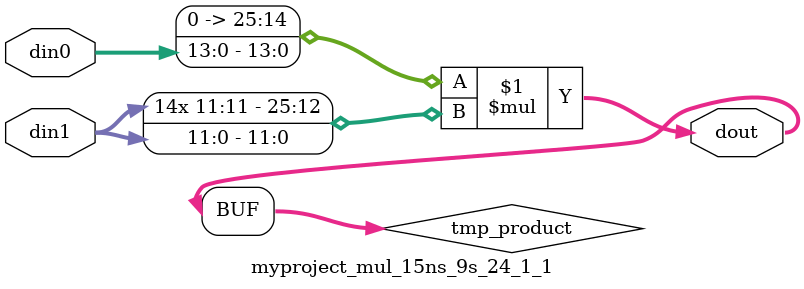
<source format=v>

`timescale 1 ns / 1 ps

  module myproject_mul_15ns_9s_24_1_1(din0, din1, dout);
parameter ID = 1;
parameter NUM_STAGE = 0;
parameter din0_WIDTH = 14;
parameter din1_WIDTH = 12;
parameter dout_WIDTH = 26;

input [din0_WIDTH - 1 : 0] din0; 
input [din1_WIDTH - 1 : 0] din1; 
output [dout_WIDTH - 1 : 0] dout;

wire signed [dout_WIDTH - 1 : 0] tmp_product;











assign tmp_product = $signed({1'b0, din0}) * $signed(din1);










assign dout = tmp_product;







endmodule

</source>
